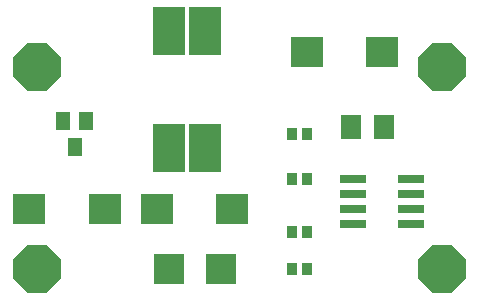
<source format=gts>
G75*
%MOIN*%
%OFA0B0*%
%FSLAX25Y25*%
%IPPOS*%
%LPD*%
%AMOC8*
5,1,8,0,0,1.08239X$1,22.5*
%
%ADD10R,0.10249X0.10249*%
%ADD11R,0.10643X0.15957*%
%ADD12R,0.08600X0.02900*%
%ADD13R,0.11036X0.10249*%
%ADD14R,0.03556X0.04343*%
%ADD15R,0.07099X0.07887*%
%ADD16OC8,0.15800*%
%ADD17R,0.04737X0.06312*%
D10*
X0086356Y0021500D03*
X0103679Y0021500D03*
D11*
X0098423Y0062012D03*
X0086612Y0062012D03*
X0086612Y0100988D03*
X0098423Y0100988D03*
D12*
X0147818Y0051500D03*
X0147818Y0046500D03*
X0147818Y0041500D03*
X0147818Y0036500D03*
X0167218Y0036500D03*
X0167218Y0041500D03*
X0167218Y0046500D03*
X0167218Y0051500D03*
D13*
X0107616Y0041500D03*
X0082419Y0041500D03*
X0065116Y0041500D03*
X0039919Y0041500D03*
X0132419Y0094000D03*
X0157616Y0094000D03*
D14*
X0132577Y0066500D03*
X0127459Y0066500D03*
X0127459Y0051500D03*
X0132577Y0051500D03*
X0132577Y0034000D03*
X0127459Y0034000D03*
X0127459Y0021500D03*
X0132577Y0021500D03*
D15*
X0147006Y0069000D03*
X0158030Y0069000D03*
D16*
X0042518Y0021500D03*
X0042518Y0089000D03*
X0177518Y0089000D03*
X0177518Y0021500D03*
D17*
X0058758Y0070831D03*
X0051278Y0070831D03*
X0055018Y0062169D03*
M02*

</source>
